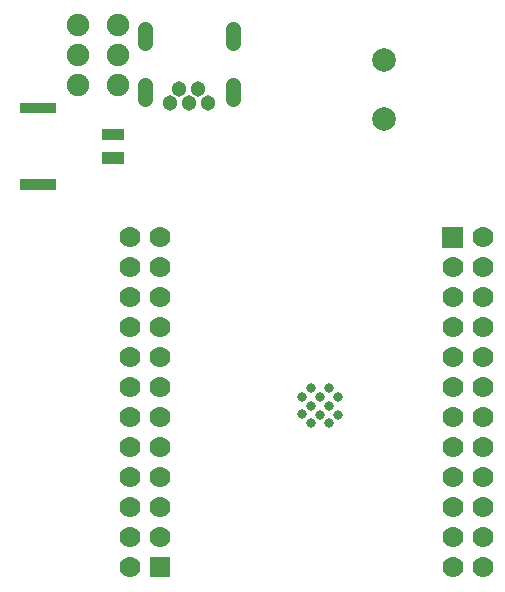
<source format=gbs>
G04 Layer: BottomSolderMaskLayer*
G04 EasyEDA v6.4.25, 2021-10-04T21:02:54--4:00*
G04 e5a6d802368343aa863876e234e9a9e8,96b9eb17c6bf4bf1aa34359f555252a9,10*
G04 Gerber Generator version 0.2*
G04 Scale: 100 percent, Rotated: No, Reflected: No *
G04 Dimensions in millimeters *
G04 leading zeros omitted , absolute positions ,4 integer and 5 decimal *
%FSLAX45Y45*%
%MOMM*%

%ADD47C,1.3016*%
%ADD48C,2.0032*%
%ADD58C,1.9016*%
%ADD61R,1.7780X1.7780*%
%ADD62C,1.7780*%
%ADD70C,0.8232*%

%LPD*%
D47*
X461995Y702630D02*
G01*
X461995Y822629D01*
X461995Y227624D02*
G01*
X461995Y347624D01*
X-281995Y227624D02*
G01*
X-281995Y347624D01*
X-281995Y702630D02*
G01*
X-281995Y822629D01*
G36*
X-642472Y-120096D02*
G01*
X-642472Y-20020D01*
X-462386Y-20020D01*
X-462386Y-120096D01*
G37*
G36*
X-642472Y-319994D02*
G01*
X-642472Y-219918D01*
X-462386Y-219918D01*
X-462386Y-319994D01*
G37*
G36*
X-1342496Y110027D02*
G01*
X-1342496Y200197D01*
X-1032362Y200197D01*
X-1032362Y110027D01*
G37*
G36*
X-1342496Y-539958D02*
G01*
X-1342496Y-449788D01*
X-1032362Y-449788D01*
X-1032362Y-539958D01*
G37*
D48*
G01*
X1740072Y59964D03*
G01*
X1740072Y559937D03*
D47*
G01*
X-71988Y197454D03*
G01*
X88005Y197454D03*
G01*
X8021Y317825D03*
G01*
X168015Y317825D03*
G01*
X248000Y197454D03*
D58*
G01*
X-510011Y854019D03*
G01*
X-510011Y600019D03*
G01*
X-510011Y346019D03*
G01*
X-850016Y854019D03*
G01*
X-850016Y600019D03*
G01*
X-850016Y346019D03*
D61*
G01*
X-158094Y-3733500D03*
D62*
G01*
X-412094Y-3733500D03*
G01*
X-158094Y-3479500D03*
G01*
X-412094Y-3479500D03*
G01*
X-158094Y-3225500D03*
G01*
X-412094Y-3225500D03*
G01*
X-158094Y-2971500D03*
G01*
X-412094Y-2971500D03*
G01*
X-158094Y-2717500D03*
G01*
X-412094Y-2717500D03*
G01*
X-158094Y-2463500D03*
G01*
X-412094Y-2463500D03*
G01*
X-158094Y-2209500D03*
G01*
X-412094Y-2209500D03*
G01*
X-158094Y-1955500D03*
G01*
X-412094Y-1955500D03*
G01*
X-158094Y-1701500D03*
G01*
X-412094Y-1701500D03*
G01*
X-158094Y-1447500D03*
G01*
X-412094Y-1447500D03*
G01*
X-158094Y-1193500D03*
G01*
X-412094Y-1193500D03*
G01*
X-158094Y-939500D03*
G01*
X-412094Y-939500D03*
G36*
X2235093Y-1030432D02*
G01*
X2235093Y-852632D01*
X2412893Y-852632D01*
X2412893Y-1030432D01*
G37*
G01*
X2578018Y-941405D03*
G01*
X2324018Y-1195405D03*
G01*
X2578018Y-1195405D03*
G01*
X2324018Y-1449405D03*
G01*
X2578018Y-1449405D03*
G01*
X2324018Y-1703405D03*
G01*
X2578018Y-1703405D03*
G01*
X2324018Y-1957405D03*
G01*
X2578018Y-1957405D03*
G01*
X2324018Y-2211405D03*
G01*
X2578018Y-2211405D03*
G01*
X2324018Y-2465405D03*
G01*
X2578018Y-2465405D03*
G01*
X2324018Y-2719405D03*
G01*
X2578018Y-2719405D03*
G01*
X2324018Y-2973405D03*
G01*
X2578018Y-2973405D03*
G01*
X2324018Y-3227405D03*
G01*
X2578018Y-3227405D03*
G01*
X2324018Y-3481405D03*
G01*
X2578018Y-3481405D03*
G01*
X2324018Y-3735405D03*
G01*
X2578018Y-3735405D03*
D70*
G01*
X1274008Y-2515036D03*
G01*
X1123995Y-2515036D03*
G01*
X1048989Y-2440030D03*
G01*
X1048989Y-2290018D03*
G01*
X1123995Y-2215037D03*
G01*
X1274008Y-2215037D03*
G01*
X1274008Y-2365024D03*
G01*
X1123995Y-2365024D03*
G01*
X1199001Y-2445034D03*
G01*
X1199001Y-2289027D03*
G01*
X1349014Y-2442011D03*
G01*
X1348988Y-2289027D03*
M02*

</source>
